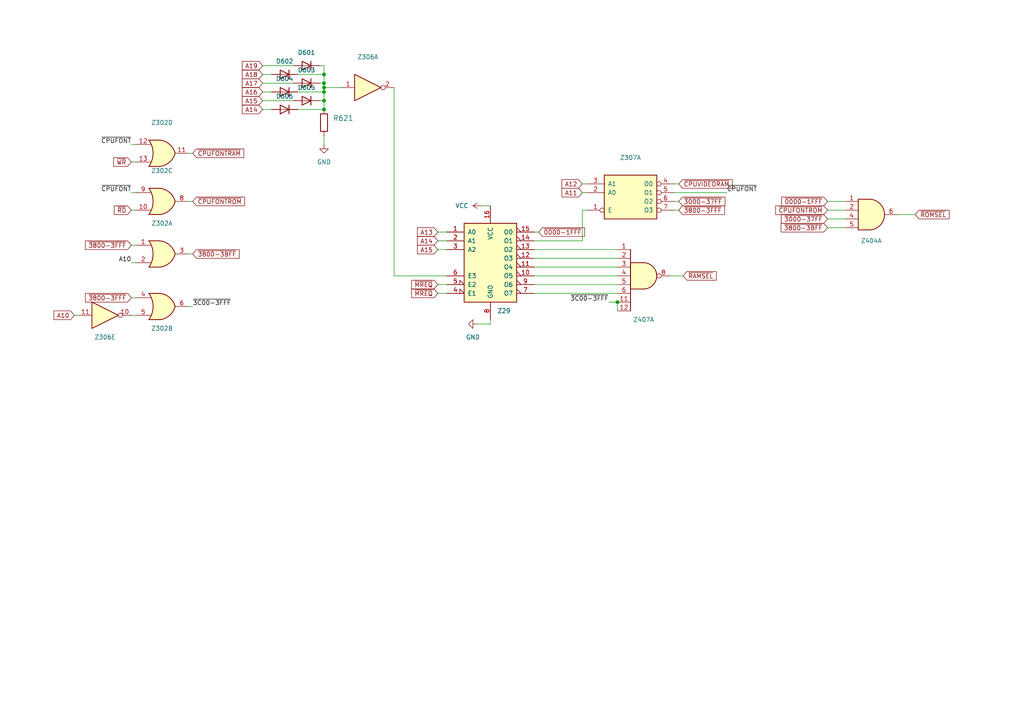
<source format=kicad_sch>
(kicad_sch (version 20211123) (generator eeschema)
  (paper "A4")
  (title_block (title "JupiterAceZ180") (date "2019-09-14") (rev "Alpha") (company "Ontobus") (comment 1 "John Bradley") (comment 2 "https://creativecommons.org/licenses/by-nc-sa/4.0/") (comment 3 "Attribution-NonCommercial-ShareAlike 4.0 International License.") (comment 4 "This work is licensed under a Creative Commons "))
  (lib_symbols
    (symbol "74xx:74HCT04"
      (property "Reference" "U" (at 0 1.27 0))
      (property "Value" "74HCT04" (at 0 -1.27 0))
      (symbol "74HCT04_1_0"
        (polyline (pts (xy -3.81 3.81) (xy -3.81 -3.81) (xy 3.81 0) (xy -3.81 3.81)) (stroke (width 0.254)) (fill (type background)))
        (pin input line (at -7.62 0 0) (length 3.81) (name "~") (number "1"))
        (pin output inverted (at 7.62 0 180) (length 3.81) (name "~") (number "2"))
      )
      (symbol "74HCT04_2_0"
        (polyline (pts (xy -3.81 3.81) (xy -3.81 -3.81) (xy 3.81 0) (xy -3.81 3.81)) (stroke (width 0.254)) (fill (type background)))
        (pin input line (at -7.62 0 0) (length 3.81) (name "~") (number "3"))
        (pin output inverted (at 7.62 0 180) (length 3.81) (name "~") (number "4"))
      )
      (symbol "74HCT04_3_0"
        (polyline (pts (xy -3.81 3.81) (xy -3.81 -3.81) (xy 3.81 0) (xy -3.81 3.81)) (stroke (width 0.254)) (fill (type background)))
        (pin input line (at -7.62 0 0) (length 3.81) (name "~") (number "5"))
        (pin output inverted (at 7.62 0 180) (length 3.81) (name "~") (number "6"))
      )
      (symbol "74HCT04_4_0"
        (polyline (pts (xy -3.81 3.81) (xy -3.81 -3.81) (xy 3.81 0) (xy -3.81 3.81)) (stroke (width 0.254)) (fill (type background)))
        (pin output inverted (at 7.62 0 180) (length 3.81) (name "~") (number "8"))
        (pin input line (at -7.62 0 0) (length 3.81) (name "~") (number "9"))
      )
      (symbol "74HCT04_5_0"
        (polyline (pts (xy -3.81 3.81) (xy -3.81 -3.81) (xy 3.81 0) (xy -3.81 3.81)) (stroke (width 0.254)) (fill (type background)))
        (pin output inverted (at 7.62 0 180) (length 3.81) (name "~") (number "10"))
        (pin input line (at -7.62 0 0) (length 3.81) (name "~") (number "11"))
      )
      (symbol "74HCT04_6_0"
        (polyline (pts (xy -3.81 3.81) (xy -3.81 -3.81) (xy 3.81 0) (xy -3.81 3.81)) (stroke (width 0.254)) (fill (type background)))
        (pin output inverted (at 7.62 0 180) (length 3.81) (name "~") (number "12"))
        (pin input line (at -7.62 0 0) (length 3.81) (name "~") (number "13"))
      )
      (symbol "74HCT04_7_0"
        (pin power_in line (at 0 12.7 270) (length 5.08) (name "VCC") (number "14"))
        (pin power_in line (at 0 -12.7 90) (length 5.08) (name "GND") (number "7"))
      )
      (symbol "74HCT04_7_1"
        (rectangle (start -5.08 7.62) (end 5.08 -7.62) (stroke (width 0.254)) (fill (type background)))
      )
    )
    (symbol "74xx:74LS04"
      (property "Reference" "U" (at 0 1.27 0))
      (property "Value" "74LS04" (at 0 -1.27 0))
      (symbol "74LS04_1_0"
        (polyline (pts (xy -3.81 3.81) (xy -3.81 -3.81) (xy 3.81 0) (xy -3.81 3.81)) (stroke (width 0.254)) (fill (type background)))
        (pin input line (at -7.62 0 0) (length 3.81) (name "~") (number "1"))
        (pin output inverted (at 7.62 0 180) (length 3.81) (name "~") (number "2"))
      )
      (symbol "74LS04_2_0"
        (polyline (pts (xy -3.81 3.81) (xy -3.81 -3.81) (xy 3.81 0) (xy -3.81 3.81)) (stroke (width 0.254)) (fill (type background)))
        (pin input line (at -7.62 0 0) (length 3.81) (name "~") (number "3"))
        (pin output inverted (at 7.62 0 180) (length 3.81) (name "~") (number "4"))
      )
      (symbol "74LS04_3_0"
        (polyline (pts (xy -3.81 3.81) (xy -3.81 -3.81) (xy 3.81 0) (xy -3.81 3.81)) (stroke (width 0.254)) (fill (type background)))
        (pin input line (at -7.62 0 0) (length 3.81) (name "~") (number "5"))
        (pin output inverted (at 7.62 0 180) (length 3.81) (name "~") (number "6"))
      )
      (symbol "74LS04_4_0"
        (polyline (pts (xy -3.81 3.81) (xy -3.81 -3.81) (xy 3.81 0) (xy -3.81 3.81)) (stroke (width 0.254)) (fill (type background)))
        (pin output inverted (at 7.62 0 180) (length 3.81) (name "~") (number "8"))
        (pin input line (at -7.62 0 0) (length 3.81) (name "~") (number "9"))
      )
      (symbol "74LS04_5_0"
        (polyline (pts (xy -3.81 3.81) (xy -3.81 -3.81) (xy 3.81 0) (xy -3.81 3.81)) (stroke (width 0.254)) (fill (type background)))
        (pin output inverted (at 7.62 0 180) (length 3.81) (name "~") (number "10"))
        (pin input line (at -7.62 0 0) (length 3.81) (name "~") (number "11"))
      )
      (symbol "74LS04_6_0"
        (polyline (pts (xy -3.81 3.81) (xy -3.81 -3.81) (xy 3.81 0) (xy -3.81 3.81)) (stroke (width 0.254)) (fill (type background)))
        (pin output inverted (at 7.62 0 180) (length 3.81) (name "~") (number "12"))
        (pin input line (at -7.62 0 0) (length 3.81) (name "~") (number "13"))
      )
      (symbol "74LS04_7_0"
        (pin power_in line (at 0 12.7 270) (length 5.08) (name "VCC") (number "14"))
        (pin power_in line (at 0 -12.7 90) (length 5.08) (name "GND") (number "7"))
      )
      (symbol "74LS04_7_1"
        (rectangle (start -5.08 7.62) (end 5.08 -7.62) (stroke (width 0.254)) (fill (type background)))
      )
    )
    (symbol "74xx:74LS138" (pin_names (offset 1.016))
      (property "Reference" "U" (at -7.62 11.43 0))
      (property "Value" "74LS138" (at -7.62 -13.97 0))
      (symbol "74LS138_1_0"
        (pin input line (at -12.7 7.62 0) (length 5.08) (name "A0") (number "1"))
        (pin output output_low (at 12.7 -5.08 180) (length 5.08) (name "O5") (number "10"))
        (pin output output_low (at 12.7 -2.54 180) (length 5.08) (name "O4") (number "11"))
        (pin output output_low (at 12.7 0 180) (length 5.08) (name "O3") (number "12"))
        (pin output output_low (at 12.7 2.54 180) (length 5.08) (name "O2") (number "13"))
        (pin output output_low (at 12.7 5.08 180) (length 5.08) (name "O1") (number "14"))
        (pin output output_low (at 12.7 7.62 180) (length 5.08) (name "O0") (number "15"))
        (pin power_in line (at 0 15.24 270) (length 5.08) (name "VCC") (number "16"))
        (pin input line (at -12.7 5.08 0) (length 5.08) (name "A1") (number "2"))
        (pin input line (at -12.7 2.54 0) (length 5.08) (name "A2") (number "3"))
        (pin input input_low (at -12.7 -10.16 0) (length 5.08) (name "E1") (number "4"))
        (pin input input_low (at -12.7 -7.62 0) (length 5.08) (name "E2") (number "5"))
        (pin input line (at -12.7 -5.08 0) (length 5.08) (name "E3") (number "6"))
        (pin output output_low (at 12.7 -10.16 180) (length 5.08) (name "O7") (number "7"))
        (pin power_in line (at 0 -17.78 90) (length 5.08) (name "GND") (number "8"))
        (pin output output_low (at 12.7 -7.62 180) (length 5.08) (name "O6") (number "9"))
      )
      (symbol "74LS138_1_1"
        (rectangle (start -7.62 10.16) (end 7.62 -12.7) (stroke (width 0.254)) (fill (type background)))
      )
    )
    (symbol "74xx:74LS139" (pin_names (offset 1.016))
      (property "Reference" "U" (at -7.62 8.89 0))
      (property "Value" "74LS139" (at -7.62 -8.89 0))
      (symbol "74LS139_1_0"
        (pin input inverted (at -12.7 -5.08 0) (length 5.08) (name "E") (number "1"))
        (pin input line (at -12.7 0 0) (length 5.08) (name "A0") (number "2"))
        (pin input line (at -12.7 2.54 0) (length 5.08) (name "A1") (number "3"))
        (pin output inverted (at 12.7 2.54 180) (length 5.08) (name "O0") (number "4"))
        (pin output inverted (at 12.7 0 180) (length 5.08) (name "O1") (number "5"))
        (pin output inverted (at 12.7 -2.54 180) (length 5.08) (name "O2") (number "6"))
        (pin output inverted (at 12.7 -5.08 180) (length 5.08) (name "O3") (number "7"))
      )
      (symbol "74LS139_1_1"
        (rectangle (start -7.62 5.08) (end 7.62 -7.62) (stroke (width 0.254)) (fill (type background)))
      )
      (symbol "74LS139_2_0"
        (pin output inverted (at 12.7 -2.54 180) (length 5.08) (name "O2") (number "10"))
        (pin output inverted (at 12.7 0 180) (length 5.08) (name "O1") (number "11"))
        (pin output inverted (at 12.7 2.54 180) (length 5.08) (name "O0") (number "12"))
        (pin input line (at -12.7 2.54 0) (length 5.08) (name "A1") (number "13"))
        (pin input line (at -12.7 0 0) (length 5.08) (name "A0") (number "14"))
        (pin input inverted (at -12.7 -5.08 0) (length 5.08) (name "E") (number "15"))
        (pin output inverted (at 12.7 -5.08 180) (length 5.08) (name "O3") (number "9"))
      )
      (symbol "74LS139_2_1"
        (rectangle (start -7.62 5.08) (end 7.62 -7.62) (stroke (width 0.254)) (fill (type background)))
      )
      (symbol "74LS139_3_0"
        (pin power_in line (at 0 12.7 270) (length 5.08) (name "VCC") (number "16"))
        (pin power_in line (at 0 -12.7 90) (length 5.08) (name "GND") (number "8"))
      )
      (symbol "74LS139_3_1"
        (rectangle (start -5.08 7.62) (end 5.08 -7.62) (stroke (width 0.254)) (fill (type background)))
      )
    )
    (symbol "74xx:74LS21" (pin_names (offset 1.016))
      (property "Reference" "U" (at 0 1.27 0))
      (property "Value" "74LS21" (at 0 -1.27 0))
      (symbol "74LS21_1_1"
        (arc (start -0.635 -4.445) (mid 3.81 0) (end -0.635 4.445) (stroke (width 0.254)) (fill (type background)))
        (polyline (pts (xy -0.635 4.445) (xy -3.81 4.445) (xy -3.81 -4.445) (xy -0.635 -4.445)) (stroke (width 0.254)) (fill (type background)))
        (pin input line (at -7.62 3.81 0) (length 3.81) (name "~") (number "1"))
        (pin input line (at -7.62 1.27 0) (length 3.81) (name "~") (number "2"))
        (pin input line (at -7.62 -1.27 0) (length 3.81) (name "~") (number "4"))
        (pin input line (at -7.62 -3.81 0) (length 3.81) (name "~") (number "5"))
        (pin output line (at 7.62 0 180) (length 3.81) (name "~") (number "6"))
      )
      (symbol "74LS21_1_2"
        (arc (start -3.81 -4.445) (mid -2.5908 0) (end -3.81 4.445) (stroke (width 0.254)))
        (arc (start -0.6096 -4.445) (mid 2.2246 -2.8422) (end 3.81 0) (stroke (width 0.254)) (fill (type background)))
        (polyline (pts (xy -3.81 -4.445) (xy -0.635 -4.445)) (stroke (width 0.254)) (fill (type background)))
        (polyline (pts (xy -3.81 4.445) (xy -0.635 4.445)) (stroke (width 0.254)) (fill (type background)))
        (polyline (pts (xy -0.635 4.445) (xy -3.81 4.445) (xy -3.81 4.445) (xy -3.6322 4.0894) (xy -3.0988 2.921) (xy -2.7686 1.6764) (xy -2.6162 0.4318) (xy -2.6416 -0.8636) (xy -2.8702 -2.1082) (xy -3.2512 -3.3274) (xy -3.81 -4.445) (xy -3.81 -4.445) (xy -0.635 -4.445)) (stroke (width -25.4)) (fill (type background)))
        (arc (start 3.81 0) (mid 2.2204 2.8379) (end -0.6096 4.445) (stroke (width 0.254)) (fill (type background)))
        (pin input inverted (at -7.62 3.81 0) (length 3.81) (name "~") (number "1"))
        (pin input inverted (at -7.62 1.27 0) (length 4.826) (name "~") (number "2"))
        (pin input inverted (at -7.62 -1.27 0) (length 4.826) (name "~") (number "4"))
        (pin input inverted (at -7.62 -3.81 0) (length 3.81) (name "~") (number "5"))
        (pin output inverted (at 7.62 0 180) (length 3.81) (name "~") (number "6"))
      )
      (symbol "74LS21_2_1"
        (arc (start -0.635 -4.445) (mid 3.81 0) (end -0.635 4.445) (stroke (width 0.254)) (fill (type background)))
        (polyline (pts (xy -0.635 4.445) (xy -3.81 4.445) (xy -3.81 -4.445) (xy -0.635 -4.445)) (stroke (width 0.254)) (fill (type background)))
        (pin input line (at -7.62 1.27 0) (length 3.81) (name "~") (number "10"))
        (pin input line (at -7.62 -1.27 0) (length 3.81) (name "~") (number "12"))
        (pin input line (at -7.62 -3.81 0) (length 3.81) (name "~") (number "13"))
        (pin output line (at 7.62 0 180) (length 3.81) (name "~") (number "8"))
        (pin input line (at -7.62 3.81 0) (length 3.81) (name "~") (number "9"))
      )
      (symbol "74LS21_2_2"
        (arc (start -3.81 -4.445) (mid -2.5908 0) (end -3.81 4.445) (stroke (width 0.254)))
        (arc (start -0.6096 -4.445) (mid 2.2246 -2.8422) (end 3.81 0) (stroke (width 0.254)) (fill (type background)))
        (polyline (pts (xy -3.81 -4.445) (xy -0.635 -4.445)) (stroke (width 0.254)) (fill (type background)))
        (polyline (pts (xy -3.81 4.445) (xy -0.635 4.445)) (stroke (width 0.254)) (fill (type background)))
        (polyline (pts (xy -0.635 4.445) (xy -3.81 4.445) (xy -3.81 4.445) (xy -3.6322 4.0894) (xy -3.0988 2.921) (xy -2.7686 1.6764) (xy -2.6162 0.4318) (xy -2.6416 -0.8636) (xy -2.8702 -2.1082) (xy -3.2512 -3.3274) (xy -3.81 -4.445) (xy -3.81 -4.445) (xy -0.635 -4.445)) (stroke (width -25.4)) (fill (type background)))
        (arc (start 3.81 0) (mid 2.2204 2.8379) (end -0.6096 4.445) (stroke (width 0.254)) (fill (type background)))
        (pin input inverted (at -7.62 1.27 0) (length 4.826) (name "~") (number "10"))
        (pin input inverted (at -7.62 -1.27 0) (length 4.826) (name "~") (number "12"))
        (pin input inverted (at -7.62 -3.81 0) (length 3.81) (name "~") (number "13"))
        (pin output inverted (at 7.62 0 180) (length 3.81) (name "~") (number "8"))
        (pin input inverted (at -7.62 3.81 0) (length 3.81) (name "~") (number "9"))
      )
      (symbol "74LS21_3_0"
        (pin power_in line (at 0 12.7 270) (length 5.08) (name "VCC") (number "14"))
        (pin power_in line (at 0 -12.7 90) (length 5.08) (name "GND") (number "7"))
      )
      (symbol "74LS21_3_1"
        (rectangle (start -5.08 7.62) (end 5.08 -7.62) (stroke (width 0.254)) (fill (type background)))
      )
    )
    (symbol "74xx:74LS30" (pin_names (offset 1.016))
      (property "Reference" "U" (at 0 1.27 0))
      (property "Value" "74LS30" (at 0 -1.27 0))
      (symbol "74LS30_1_1"
        (arc (start 0 -3.81) (mid 3.81 0) (end 0 3.81) (stroke (width 0.254)) (fill (type background)))
        (polyline (pts (xy -3.81 7.62) (xy -3.81 -10.16)) (stroke (width 0.254)))
        (polyline (pts (xy 0 3.81) (xy -3.81 3.81) (xy -3.81 -3.81) (xy 0 -3.81)) (stroke (width 0.254)) (fill (type background)))
        (pin input line (at -7.62 7.62 0) (length 3.81) (name "~") (number "1"))
        (pin input line (at -7.62 -7.62 0) (length 3.81) (name "~") (number "11"))
        (pin input line (at -7.62 -10.16 0) (length 3.81) (name "~") (number "12"))
        (pin input line (at -7.62 5.08 0) (length 3.81) (name "~") (number "2"))
        (pin input line (at -7.62 2.54 0) (length 3.81) (name "~") (number "3"))
        (pin input line (at -7.62 0 0) (length 3.81) (name "~") (number "4"))
        (pin input line (at -7.62 -2.54 0) (length 3.81) (name "~") (number "5"))
        (pin input line (at -7.62 -5.08 0) (length 3.81) (name "~") (number "6"))
        (pin output inverted (at 7.62 0 180) (length 3.81) (name "~") (number "8"))
      )
      (symbol "74LS30_1_2"
        (arc (start -3.81 -3.81) (mid -2.589 0) (end -3.81 3.81) (stroke (width 0.254)))
        (arc (start -0.6096 -3.81) (mid 2.1842 -2.5851) (end 3.81 0) (stroke (width 0.254)) (fill (type background)))
        (polyline (pts (xy -3.81 -3.81) (xy -3.81 -10.16)) (stroke (width 0.254)))
        (polyline (pts (xy -3.81 -3.81) (xy -0.635 -3.81)) (stroke (width 0.254)) (fill (type background)))
        (polyline (pts (xy -3.81 3.81) (xy -0.635 3.81)) (stroke (width 0.254)) (fill (type background)))
        (polyline (pts (xy -3.81 7.62) (xy -3.81 3.81)) (stroke (width 0.254)))
        (polyline (pts (xy -0.635 3.81) (xy -3.81 3.81) (xy -3.81 3.81) (xy -3.556 3.4036) (xy -3.0226 2.2606) (xy -2.6924 1.0414) (xy -2.6162 -0.254) (xy -2.7686 -1.4986) (xy -3.175 -2.7178) (xy -3.81 -3.81) (xy -3.81 -3.81) (xy -0.635 -3.81)) (stroke (width -25.4)) (fill (type background)))
        (arc (start 3.81 0) (mid 2.1915 2.5936) (end -0.6096 3.81) (stroke (width 0.254)) (fill (type background)))
        (pin input inverted (at -7.62 7.62 0) (length 3.81) (name "~") (number "1"))
        (pin input inverted (at -7.62 -7.62 0) (length 3.81) (name "~") (number "11"))
        (pin input inverted (at -7.62 -10.16 0) (length 3.81) (name "~") (number "12"))
        (pin input inverted (at -7.62 5.08 0) (length 3.81) (name "~") (number "2"))
        (pin input inverted (at -7.62 2.54 0) (length 4.5466) (name "~") (number "3"))
        (pin input inverted (at -7.62 0 0) (length 5.08) (name "~") (number "4"))
        (pin input inverted (at -7.62 -2.54 0) (length 4.5466) (name "~") (number "5"))
        (pin input inverted (at -7.62 -5.08 0) (length 3.81) (name "~") (number "6"))
        (pin output line (at 7.62 0 180) (length 3.81) (name "~") (number "8"))
      )
      (symbol "74LS30_2_0"
        (pin power_in line (at 0 12.7 270) (length 5.08) (name "VCC") (number "14"))
        (pin power_in line (at 0 -12.7 90) (length 5.08) (name "GND") (number "7"))
      )
      (symbol "74LS30_2_1"
        (rectangle (start -5.08 7.62) (end 5.08 -7.62) (stroke (width 0.254)) (fill (type background)))
      )
    )
    (symbol "74xx:74LS32" (pin_names (offset 1.016))
      (property "Reference" "U" (at 0 1.27 0))
      (property "Value" "74LS32" (at 0 -1.27 0))
      (symbol "74LS32_1_1"
        (arc (start -3.81 -3.81) (mid -2.589 0) (end -3.81 3.81) (stroke (width 0.254)))
        (arc (start -0.6096 -3.81) (mid 2.1842 -2.5851) (end 3.81 0) (stroke (width 0.254)) (fill (type background)))
        (polyline (pts (xy -3.81 -3.81) (xy -0.635 -3.81)) (stroke (width 0.254)) (fill (type background)))
        (polyline (pts (xy -3.81 3.81) (xy -0.635 3.81)) (stroke (width 0.254)) (fill (type background)))
        (polyline (pts (xy -0.635 3.81) (xy -3.81 3.81) (xy -3.81 3.81) (xy -3.556 3.4036) (xy -3.0226 2.2606) (xy -2.6924 1.0414) (xy -2.6162 -0.254) (xy -2.7686 -1.4986) (xy -3.175 -2.7178) (xy -3.81 -3.81) (xy -3.81 -3.81) (xy -0.635 -3.81)) (stroke (width -25.4)) (fill (type background)))
        (arc (start 3.81 0) (mid 2.1915 2.5936) (end -0.6096 3.81) (stroke (width 0.254)) (fill (type background)))
        (pin input line (at -7.62 2.54 0) (length 4.318) (name "~") (number "1"))
        (pin input line (at -7.62 -2.54 0) (length 4.318) (name "~") (number "2"))
        (pin output line (at 7.62 0 180) (length 3.81) (name "~") (number "3"))
      )
      (symbol "74LS32_1_2"
        (arc (start 0 -3.81) (mid 3.81 0) (end 0 3.81) (stroke (width 0.254)) (fill (type background)))
        (polyline (pts (xy 0 3.81) (xy -3.81 3.81) (xy -3.81 -3.81) (xy 0 -3.81)) (stroke (width 0.254)) (fill (type background)))
        (pin input inverted (at -7.62 2.54 0) (length 3.81) (name "~") (number "1"))
        (pin input inverted (at -7.62 -2.54 0) (length 3.81) (name "~") (number "2"))
        (pin output inverted (at 7.62 0 180) (length 3.81) (name "~") (number "3"))
      )
      (symbol "74LS32_2_1"
        (arc (start -3.81 -3.81) (mid -2.589 0) (end -3.81 3.81) (stroke (width 0.254)))
        (arc (start -0.6096 -3.81) (mid 2.1842 -2.5851) (end 3.81 0) (stroke (width 0.254)) (fill (type background)))
        (polyline (pts (xy -3.81 -3.81) (xy -0.635 -3.81)) (stroke (width 0.254)) (fill (type background)))
        (polyline (pts (xy -3.81 3.81) (xy -0.635 3.81)) (stroke (width 0.254)) (fill (type background)))
        (polyline (pts (xy -0.635 3.81) (xy -3.81 3.81) (xy -3.81 3.81) (xy -3.556 3.4036) (xy -3.0226 2.2606) (xy -2.6924 1.0414) (xy -2.6162 -0.254) (xy -2.7686 -1.4986) (xy -3.175 -2.7178) (xy -3.81 -3.81) (xy -3.81 -3.81) (xy -0.635 -3.81)) (stroke (width -25.4)) (fill (type background)))
        (arc (start 3.81 0) (mid 2.1915 2.5936) (end -0.6096 3.81) (stroke (width 0.254)) (fill (type background)))
        (pin input line (at -7.62 2.54 0) (length 4.318) (name "~") (number "4"))
        (pin input line (at -7.62 -2.54 0) (length 4.318) (name "~") (number "5"))
        (pin output line (at 7.62 0 180) (length 3.81) (name "~") (number "6"))
      )
      (symbol "74LS32_2_2"
        (arc (start 0 -3.81) (mid 3.81 0) (end 0 3.81) (stroke (width 0.254)) (fill (type background)))
        (polyline (pts (xy 0 3.81) (xy -3.81 3.81) (xy -3.81 -3.81) (xy 0 -3.81)) (stroke (width 0.254)) (fill (type background)))
        (pin input inverted (at -7.62 2.54 0) (length 3.81) (name "~") (number "4"))
        (pin input inverted (at -7.62 -2.54 0) (length 3.81) (name "~") (number "5"))
        (pin output inverted (at 7.62 0 180) (length 3.81) (name "~") (number "6"))
      )
      (symbol "74LS32_3_1"
        (arc (start -3.81 -3.81) (mid -2.589 0) (end -3.81 3.81) (stroke (width 0.254)))
        (arc (start -0.6096 -3.81) (mid 2.1842 -2.5851) (end 3.81 0) (stroke (width 0.254)) (fill (type background)))
        (polyline (pts (xy -3.81 -3.81) (xy -0.635 -3.81)) (stroke (width 0.254)) (fill (type background)))
        (polyline (pts (xy -3.81 3.81) (xy -0.635 3.81)) (stroke (width 0.254)) (fill (type background)))
        (polyline (pts (xy -0.635 3.81) (xy -3.81 3.81) (xy -3.81 3.81) (xy -3.556 3.4036) (xy -3.0226 2.2606) (xy -2.6924 1.0414) (xy -2.6162 -0.254) (xy -2.7686 -1.4986) (xy -3.175 -2.7178) (xy -3.81 -3.81) (xy -3.81 -3.81) (xy -0.635 -3.81)) (stroke (width -25.4)) (fill (type background)))
        (arc (start 3.81 0) (mid 2.1915 2.5936) (end -0.6096 3.81) (stroke (width 0.254)) (fill (type background)))
        (pin input line (at -7.62 -2.54 0) (length 4.318) (name "~") (number "10"))
        (pin output line (at 7.62 0 180) (length 3.81) (name "~") (number "8"))
        (pin input line (at -7.62 2.54 0) (length 4.318) (name "~") (number "9"))
      )
      (symbol "74LS32_3_2"
        (arc (start 0 -3.81) (mid 3.81 0) (end 0 3.81) (stroke (width 0.254)) (fill (type background)))
        (polyline (pts (xy 0 3.81) (xy -3.81 3.81) (xy -3.81 -3.81) (xy 0 -3.81)) (stroke (width 0.254)) (fill (type background)))
        (pin input inverted (at -7.62 -2.54 0) (length 3.81) (name "~") (number "10"))
        (pin output inverted (at 7.62 0 180) (length 3.81) (name "~") (number "8"))
        (pin input inverted (at -7.62 2.54 0) (length 3.81) (name "~") (number "9"))
      )
      (symbol "74LS32_4_1"
        (arc (start -3.81 -3.81) (mid -2.589 0) (end -3.81 3.81) (stroke (width 0.254)))
        (arc (start -0.6096 -3.81) (mid 2.1842 -2.5851) (end 3.81 0) (stroke (width 0.254)) (fill (type background)))
        (polyline (pts (xy -3.81 -3.81) (xy -0.635 -3.81)) (stroke (width 0.254)) (fill (type background)))
        (polyline (pts (xy -3.81 3.81) (xy -0.635 3.81)) (stroke (width 0.254)) (fill (type background)))
        (polyline (pts (xy -0.635 3.81) (xy -3.81 3.81) (xy -3.81 3.81) (xy -3.556 3.4036) (xy -3.0226 2.2606) (xy -2.6924 1.0414) (xy -2.6162 -0.254) (xy -2.7686 -1.4986) (xy -3.175 -2.7178) (xy -3.81 -3.81) (xy -3.81 -3.81) (xy -0.635 -3.81)) (stroke (width -25.4)) (fill (type background)))
        (arc (start 3.81 0) (mid 2.1915 2.5936) (end -0.6096 3.81) (stroke (width 0.254)) (fill (type background)))
        (pin output line (at 7.62 0 180) (length 3.81) (name "~") (number "11"))
        (pin input line (at -7.62 2.54 0) (length 4.318) (name "~") (number "12"))
        (pin input line (at -7.62 -2.54 0) (length 4.318) (name "~") (number "13"))
      )
      (symbol "74LS32_4_2"
        (arc (start 0 -3.81) (mid 3.81 0) (end 0 3.81) (stroke (width 0.254)) (fill (type background)))
        (polyline (pts (xy 0 3.81) (xy -3.81 3.81) (xy -3.81 -3.81) (xy 0 -3.81)) (stroke (width 0.254)) (fill (type background)))
        (pin output inverted (at 7.62 0 180) (length 3.81) (name "~") (number "11"))
        (pin input inverted (at -7.62 2.54 0) (length 3.81) (name "~") (number "12"))
        (pin input inverted (at -7.62 -2.54 0) (length 3.81) (name "~") (number "13"))
      )
      (symbol "74LS32_5_0"
        (pin power_in line (at 0 12.7 270) (length 5.08) (name "VCC") (number "14"))
        (pin power_in line (at 0 -12.7 90) (length 5.08) (name "GND") (number "7"))
      )
      (symbol "74LS32_5_1"
        (rectangle (start -5.08 7.62) (end 5.08 -7.62) (stroke (width 0.254)) (fill (type background)))
      )
    )
    (symbol "Device:R" (pin_numbers hide) (pin_names (offset 0))
      (property "Reference" "R" (at 2.032 0 90))
      (property "Value" "R" (at 0 0 90))
      (symbol "R_0_1"
        (rectangle (start -1.016 -2.54) (end 1.016 2.54) (stroke (width 0.254)))
      )
      (symbol "R_1_1"
        (pin passive line (at 0 3.81 270) (length 1.27) (name "~") (number "1"))
        (pin passive line (at 0 -3.81 90) (length 1.27) (name "~") (number "2"))
      )
    )
    (symbol "Diode:1N4148" (pin_numbers hide) (pin_names (offset 1.016) hide)
      (property "Reference" "D" (at 0 2.54 0))
      (property "Value" "1N4148" (at 0 -2.54 0))
      (symbol "1N4148_0_1"
        (polyline (pts (xy -1.27 1.27) (xy -1.27 -1.27)) (stroke (width 0.254)))
        (polyline (pts (xy 1.27 0) (xy -1.27 0)))
        (polyline (pts (xy 1.27 1.27) (xy 1.27 -1.27) (xy -1.27 0) (xy 1.27 1.27)) (stroke (width 0.254)))
      )
      (symbol "1N4148_1_1"
        (pin passive line (at -3.81 0 0) (length 2.54) (name "K") (number "1"))
        (pin passive line (at 3.81 0 180) (length 2.54) (name "A") (number "2"))
      )
    )
    (symbol "power:GND" (power) (pin_names (offset 0))
      (property "Value" "GND" (at 0 -3.81 0))
      (symbol "GND_0_1"
        (polyline (pts (xy 0 0) (xy 0 -1.27) (xy 1.27 -1.27) (xy 0 -2.54) (xy -1.27 -1.27) (xy 0 -1.27)))
      )
      (symbol "GND_1_1"
        (pin power_in line (at 0 0 270) (length 0) hide (name "GND") (number "1"))
      )
    )
    (symbol "power:VCC" (power) (pin_names (offset 0))
      (property "Value" "VCC" (at 0 3.81 0))
      (symbol "VCC_0_1"
        (polyline (pts (xy -0.762 1.27) (xy 0 2.54)))
        (polyline (pts (xy 0 0) (xy 0 2.54)))
        (polyline (pts (xy 0 2.54) (xy 0.762 1.27)))
      )
      (symbol "VCC_1_1"
        (pin power_in line (at 0 0 90) (length 0) hide (name "VCC") (number "1"))
      )
    )
  )
  (junction (at 93.98 26.67))
  (junction (at 93.98 31.75))
  (junction (at 93.98 29.21))
  (junction (at 179.07 87.63))
  (junction (at 93.98 25.4))
  (junction (at 93.98 24.13))
  (junction (at 93.98 21.59))
  (no_connect (at -344.805 283.21))
  (wire (pts (xy 142.24 92.71) (xy 142.24 93.98)))
  (wire (pts (xy 168.91 60.96) (xy 170.18 60.96)))
  (wire (pts (xy 127 85.09) (xy 129.54 85.09)))
  (wire (pts (xy 93.98 25.4) (xy 93.98 26.67)))
  (wire (pts (xy 93.98 26.67) (xy 93.98 29.21)))
  (wire (pts (xy 142.24 93.98) (xy 138.43 93.98)))
  (wire (pts (xy 127 82.55) (xy 129.54 82.55)))
  (wire (pts (xy 179.07 87.63) (xy 176.53 87.63)))
  (wire (pts (xy 154.94 67.31) (xy 156.21 67.31)))
  (wire (pts (xy 194.31 80.01) (xy 198.12 80.01)))
  (wire (pts (xy 22.86 91.44) (xy 21.59 91.44)))
  (wire (pts (xy 54.61 73.66) (xy 55.88 73.66)))
  (wire (pts (xy 39.37 86.36) (xy 38.1 86.36)))
  (wire (pts (xy 93.98 41.91) (xy 93.98 39.37)))
  (wire (pts (xy 170.18 55.88) (xy 168.91 55.88)))
  (wire (pts (xy 39.37 71.12) (xy 38.1 71.12)))
  (wire (pts (xy 154.94 69.85) (xy 168.91 69.85)))
  (wire (pts (xy 154.94 82.55) (xy 179.07 82.55)))
  (wire (pts (xy 93.98 21.59) (xy 93.98 24.13)))
  (wire (pts (xy 127 69.85) (xy 129.54 69.85)))
  (wire (pts (xy 39.37 46.99) (xy 38.1 46.99)))
  (wire (pts (xy 170.18 53.34) (xy 168.91 53.34)))
  (wire (pts (xy 195.58 58.42) (xy 196.85 58.42)))
  (wire (pts (xy 127 67.31) (xy 129.54 67.31)))
  (wire (pts (xy 86.36 21.59) (xy 93.98 21.59)))
  (wire (pts (xy 93.98 29.21) (xy 93.98 31.75)))
  (wire (pts (xy 154.94 80.01) (xy 179.07 80.01)))
  (wire (pts (xy 195.58 53.34) (xy 196.85 53.34)))
  (wire (pts (xy 86.36 26.67) (xy 93.98 26.67)))
  (wire (pts (xy 154.94 74.93) (xy 179.07 74.93)))
  (wire (pts (xy 245.11 63.5) (xy 240.03 63.5)))
  (wire (pts (xy 54.61 44.45) (xy 55.88 44.45)))
  (wire (pts (xy 39.37 60.96) (xy 38.1 60.96)))
  (wire (pts (xy 265.43 62.23) (xy 260.35 62.23)))
  (wire (pts (xy 179.07 90.17) (xy 179.07 87.63)))
  (wire (pts (xy 245.11 66.04) (xy 240.03 66.04)))
  (wire (pts (xy 93.98 31.75) (xy 86.36 31.75)))
  (wire (pts (xy 92.71 29.21) (xy 93.98 29.21)))
  (wire (pts (xy 114.3 80.01) (xy 129.54 80.01)))
  (wire (pts (xy 54.61 88.9) (xy 55.88 88.9)))
  (wire (pts (xy 39.37 76.2) (xy 38.1 76.2)))
  (wire (pts (xy 195.58 55.88) (xy 210.82 55.88)))
  (wire (pts (xy 54.61 58.42) (xy 55.88 58.42)))
  (wire (pts (xy 93.98 24.13) (xy 93.98 25.4)))
  (wire (pts (xy 168.91 60.96) (xy 168.91 69.85)))
  (wire (pts (xy 39.37 91.44) (xy 38.1 91.44)))
  (wire (pts (xy 39.37 41.91) (xy 38.1 41.91)))
  (wire (pts (xy 85.09 19.05) (xy 76.2 19.05)))
  (wire (pts (xy 78.74 26.67) (xy 76.2 26.67)))
  (wire (pts (xy 195.58 60.96) (xy 196.85 60.96)))
  (wire (pts (xy 39.37 55.88) (xy 38.1 55.88)))
  (wire (pts (xy 93.98 25.4) (xy 99.06 25.4)))
  (wire (pts (xy 85.09 29.21) (xy 76.2 29.21)))
  (wire (pts (xy 245.11 60.96) (xy 240.03 60.96)))
  (wire (pts (xy 85.09 24.13) (xy 76.2 24.13)))
  (wire (pts (xy 93.98 19.05) (xy 93.98 21.59)))
  (wire (pts (xy 154.94 72.39) (xy 179.07 72.39)))
  (wire (pts (xy 154.94 85.09) (xy 179.07 85.09)))
  (wire (pts (xy 139.7 59.69) (xy 142.24 59.69)))
  (wire (pts (xy 245.11 58.42) (xy 240.03 58.42)))
  (wire (pts (xy 76.2 31.75) (xy 78.74 31.75)))
  (wire (pts (xy 114.3 25.4) (xy 114.3 80.01)))
  (wire (pts (xy 92.71 24.13) (xy 93.98 24.13)))
  (wire (pts (xy 78.74 21.59) (xy 76.2 21.59)))
  (wire (pts (xy 154.94 77.47) (xy 179.07 77.47)))
  (wire (pts (xy 92.71 19.05) (xy 93.98 19.05)))
  (wire (pts (xy 127 72.39) (xy 129.54 72.39)))
  (label "A10" (at 38.1 76.2 180))
  (label "~{CPUFONT}" (at 38.1 55.88 180))
  (label "~{3C00-3FFF}" (at 55.88 88.9 0))
  (label "~{3C00-3FFF}" (at 176.53 87.63 180))
  (label "~{CPUFONT}" (at 210.82 55.88 0))
  (label "~{CPUFONT}" (at 38.1 41.91 180))
  (global_label "~{CPUVIDEORAM}" (shape input) (at 196.85 53.34 0) (property "Intersheet References" "${INTERSHEET_REFS}" (at 212.2975 53.2606 0) (effects (justify left))))
  (global_label "~{ROMSEL}" (shape input) (at 265.43 62.23 0) (property "Intersheet References" "${INTERSHEET_REFS}" (at 275.1928 62.1506 0) (effects (justify left))))
  (global_label "A14" (shape input) (at 76.2 31.75 180) (property "Intersheet References" "${INTERSHEET_REFS}" (at 70.3682 31.6706 0) (effects (justify right))))
  (global_label "~{3800-3BFF}" (shape input) (at 240.03 66.04 180) (property "Intersheet References" "${INTERSHEET_REFS}" (at 226.6387 65.9606 0) (effects (justify right))))
  (global_label "~{3800-3FFF}" (shape input) (at 38.1 86.36 180) (property "Intersheet References" "${INTERSHEET_REFS}" (at 24.8901 86.2806 0) (effects (justify right))))
  (global_label "~{0000-1FFF}" (shape input) (at 156.21 67.31 0) (property "Intersheet References" "${INTERSHEET_REFS}" (at 169.4199 67.2306 0) (effects (justify left))))
  (global_label "~{3000-37FF}" (shape input) (at 196.85 58.42 0) (property "Intersheet References" "${INTERSHEET_REFS}" (at 210.1809 58.3406 0) (effects (justify left))))
  (global_label "A14" (shape input) (at 127 69.85 180) (property "Intersheet References" "${INTERSHEET_REFS}" (at 121.1682 69.7706 0) (effects (justify right))))
  (global_label "~{CPUFONTRAM}" (shape input) (at 55.88 44.45 0) (property "Intersheet References" "${INTERSHEET_REFS}" (at 70.6018 44.3706 0) (effects (justify left))))
  (global_label "A11" (shape input) (at 168.91 55.88 180) (property "Intersheet References" "${INTERSHEET_REFS}" (at 163.0782 55.8006 0) (effects (justify right))))
  (global_label "A10" (shape input) (at 21.59 91.44 180) (property "Intersheet References" "${INTERSHEET_REFS}" (at 15.7582 91.3606 0) (effects (justify right))))
  (global_label "~{MREQ}" (shape input) (at 127 82.55 180) (property "Intersheet References" "${INTERSHEET_REFS}" (at 119.4748 82.4706 0) (effects (justify right))))
  (global_label "A12" (shape input) (at 168.91 53.34 180) (property "Intersheet References" "${INTERSHEET_REFS}" (at 163.0782 53.2606 0) (effects (justify right))))
  (global_label "A16" (shape input) (at 76.2 26.67 180) (property "Intersheet References" "${INTERSHEET_REFS}" (at 70.3682 26.5906 0) (effects (justify right))))
  (global_label "A15" (shape input) (at 127 72.39 180) (property "Intersheet References" "${INTERSHEET_REFS}" (at 121.1682 72.3106 0) (effects (justify right))))
  (global_label "A19" (shape input) (at 76.2 19.05 180) (property "Intersheet References" "${INTERSHEET_REFS}" (at 70.3682 18.9706 0) (effects (justify right))))
  (global_label "~{MREQ}" (shape input) (at 127 85.09 180) (property "Intersheet References" "${INTERSHEET_REFS}" (at 119.4748 85.0106 0) (effects (justify right))))
  (global_label "~{WR}" (shape input) (at 38.1 46.99 180) (property "Intersheet References" "${INTERSHEET_REFS}" (at 33.0544 46.9106 0) (effects (justify right))))
  (global_label "~{RAMSEL}" (shape input) (at 198.12 80.01 0) (property "Intersheet References" "${INTERSHEET_REFS}" (at 207.6409 79.9306 0) (effects (justify left))))
  (global_label "~{3000-37FF}" (shape input) (at 240.03 63.5 180) (property "Intersheet References" "${INTERSHEET_REFS}" (at 226.6991 63.4206 0) (effects (justify right))))
  (global_label "~{RD}" (shape input) (at 38.1 60.96 180) (property "Intersheet References" "${INTERSHEET_REFS}" (at 33.2358 60.8806 0) (effects (justify right))))
  (global_label "~{3800-3BFF}" (shape input) (at 55.88 73.66 0) (property "Intersheet References" "${INTERSHEET_REFS}" (at 69.2713 73.5806 0) (effects (justify left))))
  (global_label "A17" (shape input) (at 76.2 24.13 180) (property "Intersheet References" "${INTERSHEET_REFS}" (at 70.3682 24.0506 0) (effects (justify right))))
  (global_label "~{3800-3FFF}" (shape input) (at 196.85 60.96 0) (property "Intersheet References" "${INTERSHEET_REFS}" (at 210.0599 60.8806 0) (effects (justify left))))
  (global_label "~{CPUFONTROM}" (shape input) (at 55.88 58.42 0) (property "Intersheet References" "${INTERSHEET_REFS}" (at 70.8437 58.3406 0) (effects (justify left))))
  (global_label "A18" (shape input) (at 76.2 21.59 180) (property "Intersheet References" "${INTERSHEET_REFS}" (at 70.3682 21.5106 0) (effects (justify right))))
  (global_label "A13" (shape input) (at 127 67.31 180) (property "Intersheet References" "${INTERSHEET_REFS}" (at 121.1682 67.2306 0) (effects (justify right))))
  (global_label "~{0000-1FFF}" (shape input) (at 240.03 58.42 180) (property "Intersheet References" "${INTERSHEET_REFS}" (at 226.8201 58.3406 0) (effects (justify right))))
  (global_label "A15" (shape input) (at 76.2 29.21 180) (property "Intersheet References" "${INTERSHEET_REFS}" (at 70.3682 29.1306 0) (effects (justify right))))
  (global_label "~{3800-3FFF}" (shape input) (at 38.1 71.12 180) (property "Intersheet References" "${INTERSHEET_REFS}" (at 24.8901 71.0406 0) (effects (justify right))))
  (global_label "~{CPUFONTROM}" (shape input) (at 240.03 60.96 180) (property "Intersheet References" "${INTERSHEET_REFS}" (at 225.0663 60.8806 0) (effects (justify right))))
  (symbol (lib_id "74xx:74LS139") (at 182.88 55.88 0) (unit 1)
    (property "Reference" "Z307" (at 182.88 45.72 0))
    (property "Datasheet" "http://www.ti.com/lit/ds/symlink/sn74ls139a.pdf" (effects hide))
    (property "Manufacturer_Name" "Texas Instruments" (effects hide))
    (property "Manufacturer_Part_Number" "SN74AHCT139N" (effects hide))
  )
  (symbol (lib_id "74xx:74LS30") (at 186.69 80.01 0) (unit 1)
    (property "Reference" "Z407" (at 186.69 92.71 0))
    (property "Datasheet" "http://www.ti.com/lit/gpn/sn74LS30" (effects hide))
  )
  (symbol (lib_id "74xx:74LS32") (at 46.99 73.66 0) (unit 1)
    (property "Reference" "Z302" (at 46.99 64.77 0))
    (property "Datasheet" "http://www.ti.com/lit/gpn/sn74LS32" (effects hide))
    (property "Manufacturer_Part_Number" "SN74AHCT32N" (effects hide))
    (property "Manufacturer_Name" "Texas Instruments" (effects hide))
  )
  (symbol (lib_id "power:VCC") (at 139.7 59.69 90) (unit 1)
    (property "Reference" "#~PWR0102" (effects hide))
  )
  (symbol (lib_id "74xx:74LS32") (at 46.99 58.42 0) (unit 3)
    (property "Reference" "Z302" (at 46.99 49.53 0))
    (property "Datasheet" "http://www.ti.com/lit/gpn/sn74LS32" (effects hide))
    (property "Manufacturer_Part_Number" "SN74AHCT32N" (effects hide))
    (property "Manufacturer_Name" "Texas Instruments" (effects hide))
  )
  (symbol (lib_id "power:GND") (at 93.98 41.91 0) (unit 1)
    (property "Reference" "#~~~PWR0101" (effects hide))
  )
  (symbol (lib_id "Diode:1N4148") (at 82.55 21.59 180) (unit 1)
    (property "Reference" "D602" (at 82.55 17.78 0))
    (property "Datasheet" "https://assets.nexperia.com/documents/data-sheet/1N4148_1N4448.pdf" (effects hide))
  )
  (symbol (lib_id "Diode:1N4148") (at 88.9 19.05 180) (unit 1)
    (property "Reference" "D601" (at 88.9 15.24 0))
    (property "Datasheet" "https://assets.nexperia.com/documents/data-sheet/1N4148_1N4448.pdf" (effects hide))
  )
  (symbol (lib_id "Diode:1N4148") (at 88.9 24.13 180) (unit 1)
    (property "Reference" "D603" (at 88.9 20.32 0))
    (property "Datasheet" "https://assets.nexperia.com/documents/data-sheet/1N4148_1N4448.pdf" (effects hide))
  )
  (symbol (lib_id "Diode:1N4148") (at 82.55 26.67 180) (unit 1)
    (property "Reference" "D604" (at 82.55 22.86 0))
    (property "Datasheet" "https://assets.nexperia.com/documents/data-sheet/1N4148_1N4448.pdf" (effects hide))
  )
  (symbol (lib_id "Diode:1N4148") (at 88.9 29.21 180) (unit 1)
    (property "Reference" "D605" (at 88.9 25.4 0))
    (property "Datasheet" "https://assets.nexperia.com/documents/data-sheet/1N4148_1N4448.pdf" (effects hide))
  )
  (symbol (lib_id "Diode:1N4148") (at 82.55 31.75 180) (unit 1)
    (property "Reference" "D606" (at 82.55 27.94 0))
    (property "Datasheet" "https://assets.nexperia.com/documents/data-sheet/1N4148_1N4448.pdf" (effects hide))
  )
  (symbol (lib_id "Device:R") (at 93.98 35.56 0) (unit 1)
    (property "Reference" "R621" (at 96.52 34.2899 0) (effects (font (size 1.4986 1.4986)) (justify left)))
  )
  (symbol (lib_id "74xx:74HCT04") (at 106.68 25.4 0) (unit 1)
    (property "Reference" "Z306" (at 106.68 16.51 0))
    (property "Datasheet" "https://assets.nexperia.com/documents/data-sheet/74HC_HCT04.pdf" (effects hide))
  )
  (symbol (lib_id "74xx:74LS21") (at 252.73 62.23 0) (unit 1)
    (property "Reference" "Z404" (at 252.73 69.85 0))
    (property "Datasheet" "http://www.ti.com/lit/gpn/sn74LS21" (effects hide))
  )
  (symbol (lib_id "74xx:74LS32") (at 46.99 88.9 0) (unit 2)
    (property "Reference" "Z302" (at 46.99 95.25 0))
    (property "Datasheet" "http://www.ti.com/lit/gpn/sn74LS32" (effects hide))
    (property "Manufacturer_Part_Number" "SN74AHCT32N" (effects hide))
    (property "Manufacturer_Name" "Texas Instruments" (effects hide))
  )
  (symbol (lib_id "74xx:74LS04") (at 30.48 91.44 0) (unit 5)
    (property "Reference" "Z306" (at 30.48 97.79 0))
    (property "Datasheet" "http://www.ti.com/lit/gpn/sn74LS04" (effects hide))
    (property "Manufacturer_Part_Number" "SN74AHCT04N" (effects hide))
    (property "Manufacturer_Name" "Texas Instruments" (effects hide))
  )
  (symbol (lib_id "74xx:74LS32") (at 46.99 44.45 0) (unit 4)
    (property "Reference" "Z302" (at 46.99 35.56 0))
    (property "Datasheet" "http://www.ti.com/lit/gpn/sn74LS32" (effects hide))
    (property "Manufacturer_Part_Number" "SN74AHCT32N" (effects hide))
    (property "Manufacturer_Name" "Texas Instruments" (effects hide))
  )
  (symbol (lib_id "power:GND") (at 138.43 93.98 270) (unit 1)
    (property "Reference" "#~PWR0101" (effects hide))
  )
  (symbol (lib_id "74xx:74LS138") (at 142.24 74.93 0) (unit 1)
    (property "Reference" "Z29" (at 144.2594 90.17 0) (effects (justify left)))
    (property "Datasheet" "http://www.ti.com/lit/gpn/sn74LS138" (effects hide))
    (property "Manufacturer_Part_Number" "SN74AHCT138N" (effects hide))
    (property "Manufacturer_Name" "Texas Instruments" (effects hide))
  )
)
</source>
